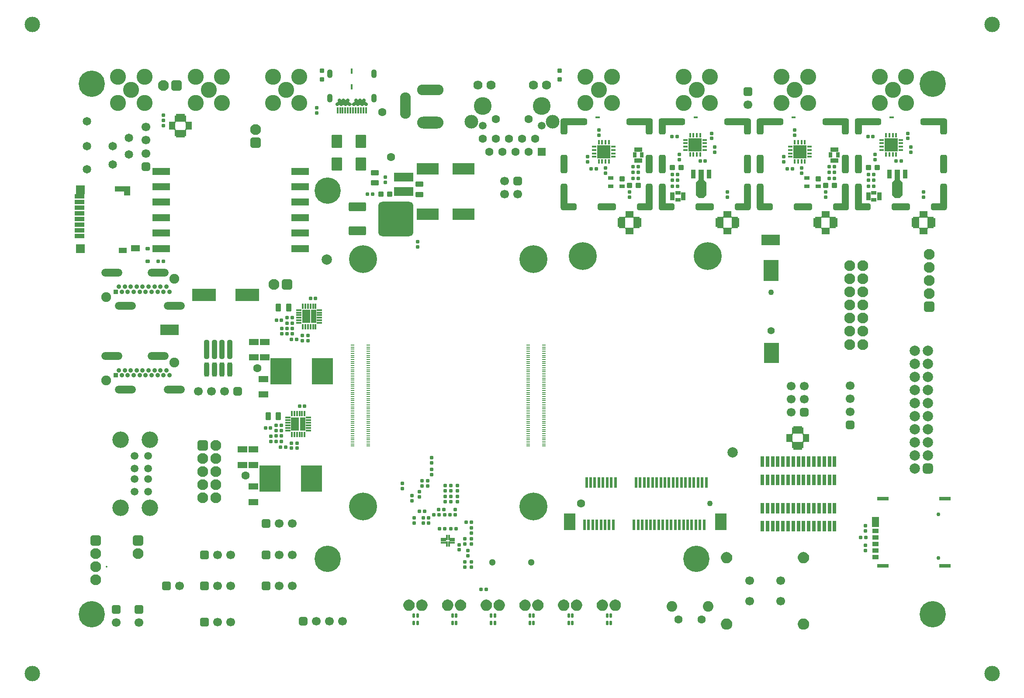
<source format=gts>
G04*
G04 #@! TF.GenerationSoftware,Altium Limited,Altium Designer,19.1.6 (110)*
G04*
G04 Layer_Color=8388736*
%FSLAX44Y44*%
%MOMM*%
G71*
G01*
G75*
%ADD24R,0.7000X0.2000*%
%ADD25R,0.6000X2.0000*%
%ADD26R,2.3000X3.2000*%
%ADD53C,1.6000*%
G04:AMPARAMS|DCode=103|XSize=0.7mm|YSize=0.7mm|CornerRadius=0.11mm|HoleSize=0mm|Usage=FLASHONLY|Rotation=0.000|XOffset=0mm|YOffset=0mm|HoleType=Round|Shape=RoundedRectangle|*
%AMROUNDEDRECTD103*
21,1,0.7000,0.4800,0,0,0.0*
21,1,0.4800,0.7000,0,0,0.0*
1,1,0.2200,0.2400,-0.2400*
1,1,0.2200,-0.2400,-0.2400*
1,1,0.2200,-0.2400,0.2400*
1,1,0.2200,0.2400,0.2400*
%
%ADD103ROUNDEDRECTD103*%
G04:AMPARAMS|DCode=104|XSize=1.5mm|YSize=1.1mm|CornerRadius=0.175mm|HoleSize=0mm|Usage=FLASHONLY|Rotation=0.000|XOffset=0mm|YOffset=0mm|HoleType=Round|Shape=RoundedRectangle|*
%AMROUNDEDRECTD104*
21,1,1.5000,0.7500,0,0,0.0*
21,1,1.1500,1.1000,0,0,0.0*
1,1,0.3500,0.5750,-0.3750*
1,1,0.3500,-0.5750,-0.3750*
1,1,0.3500,-0.5750,0.3750*
1,1,0.3500,0.5750,0.3750*
%
%ADD104ROUNDEDRECTD104*%
G04:AMPARAMS|DCode=105|XSize=0.6mm|YSize=0.7mm|CornerRadius=0.1mm|HoleSize=0mm|Usage=FLASHONLY|Rotation=0.000|XOffset=0mm|YOffset=0mm|HoleType=Round|Shape=RoundedRectangle|*
%AMROUNDEDRECTD105*
21,1,0.6000,0.5000,0,0,0.0*
21,1,0.4000,0.7000,0,0,0.0*
1,1,0.2000,0.2000,-0.2500*
1,1,0.2000,-0.2000,-0.2500*
1,1,0.2000,-0.2000,0.2500*
1,1,0.2000,0.2000,0.2500*
%
%ADD105ROUNDEDRECTD105*%
G04:AMPARAMS|DCode=106|XSize=0.6mm|YSize=0.7mm|CornerRadius=0.1mm|HoleSize=0mm|Usage=FLASHONLY|Rotation=90.000|XOffset=0mm|YOffset=0mm|HoleType=Round|Shape=RoundedRectangle|*
%AMROUNDEDRECTD106*
21,1,0.6000,0.5000,0,0,90.0*
21,1,0.4000,0.7000,0,0,90.0*
1,1,0.2000,0.2500,0.2000*
1,1,0.2000,0.2500,-0.2000*
1,1,0.2000,-0.2500,-0.2000*
1,1,0.2000,-0.2500,0.2000*
%
%ADD106ROUNDEDRECTD106*%
G04:AMPARAMS|DCode=107|XSize=0.7mm|YSize=0.7mm|CornerRadius=0.11mm|HoleSize=0mm|Usage=FLASHONLY|Rotation=270.000|XOffset=0mm|YOffset=0mm|HoleType=Round|Shape=RoundedRectangle|*
%AMROUNDEDRECTD107*
21,1,0.7000,0.4800,0,0,270.0*
21,1,0.4800,0.7000,0,0,270.0*
1,1,0.2200,-0.2400,-0.2400*
1,1,0.2200,-0.2400,0.2400*
1,1,0.2200,0.2400,0.2400*
1,1,0.2200,0.2400,-0.2400*
%
%ADD107ROUNDEDRECTD107*%
%ADD108R,0.4200X1.1100*%
%ADD109R,0.4200X1.0100*%
%ADD110R,1.0100X0.4200*%
%ADD111R,4.2500X2.2500*%
%ADD112C,3.0000*%
%ADD113R,2.9000X4.1000*%
%ADD114R,2.9000X3.9000*%
%ADD115R,1.7019X1.2013*%
%ADD116R,1.2000X1.7000*%
%ADD117R,1.6006X1.0004*%
%ADD118R,1.7011X1.0006*%
%ADD119R,1.7018X1.7018*%
%ADD120R,1.7009X1.7009*%
%ADD121R,1.9526X0.9011*%
%ADD122R,1.9518X0.9007*%
%ADD123R,1.9504X0.9002*%
%ADD124R,1.9525X0.9010*%
%ADD125R,1.9522X0.9009*%
%ADD126R,1.9516X0.9006*%
%ADD127R,1.9530X0.9012*%
%ADD128R,1.9504X0.9002*%
%ADD129R,2.2000X0.8000*%
%ADD130R,1.3400X1.0000*%
%ADD131R,1.2400X0.9000*%
G04:AMPARAMS|DCode=132|XSize=0.8mm|YSize=0.5mm|CornerRadius=0.1mm|HoleSize=0mm|Usage=FLASHONLY|Rotation=90.000|XOffset=0mm|YOffset=0mm|HoleType=Round|Shape=RoundedRectangle|*
%AMROUNDEDRECTD132*
21,1,0.8000,0.3000,0,0,90.0*
21,1,0.6000,0.5000,0,0,90.0*
1,1,0.2000,0.1500,0.3000*
1,1,0.2000,0.1500,-0.3000*
1,1,0.2000,-0.1500,-0.3000*
1,1,0.2000,-0.1500,0.3000*
%
%ADD132ROUNDEDRECTD132*%
%ADD133C,1.7000*%
G04:AMPARAMS|DCode=134|XSize=0.95mm|YSize=3.65mm|CornerRadius=0.2625mm|HoleSize=0mm|Usage=FLASHONLY|Rotation=0.000|XOffset=0mm|YOffset=0mm|HoleType=Round|Shape=RoundedRectangle|*
%AMROUNDEDRECTD134*
21,1,0.9500,3.1250,0,0,0.0*
21,1,0.4250,3.6500,0,0,0.0*
1,1,0.5250,0.2125,-1.5625*
1,1,0.5250,-0.2125,-1.5625*
1,1,0.5250,-0.2125,1.5625*
1,1,0.5250,0.2125,1.5625*
%
%ADD134ROUNDEDRECTD134*%
G04:AMPARAMS|DCode=135|XSize=0.95mm|YSize=2.75mm|CornerRadius=0.2625mm|HoleSize=0mm|Usage=FLASHONLY|Rotation=0.000|XOffset=0mm|YOffset=0mm|HoleType=Round|Shape=RoundedRectangle|*
%AMROUNDEDRECTD135*
21,1,0.9500,2.2250,0,0,0.0*
21,1,0.4250,2.7500,0,0,0.0*
1,1,0.5250,0.2125,-1.1125*
1,1,0.5250,-0.2125,-1.1125*
1,1,0.5250,-0.2125,1.1125*
1,1,0.5250,0.2125,1.1125*
%
%ADD135ROUNDEDRECTD135*%
%ADD136R,0.7000X2.1000*%
%ADD137R,3.8000X1.7000*%
%ADD138R,1.6000X0.8500*%
%ADD139R,0.7000X1.0000*%
%ADD140R,0.3000X1.1000*%
%ADD141R,0.4000X1.3000*%
G04:AMPARAMS|DCode=142|XSize=1.1mm|YSize=1mm|CornerRadius=0.1625mm|HoleSize=0mm|Usage=FLASHONLY|Rotation=270.000|XOffset=0mm|YOffset=0mm|HoleType=Round|Shape=RoundedRectangle|*
%AMROUNDEDRECTD142*
21,1,1.1000,0.6750,0,0,270.0*
21,1,0.7750,1.0000,0,0,270.0*
1,1,0.3250,-0.3375,-0.3875*
1,1,0.3250,-0.3375,0.3875*
1,1,0.3250,0.3375,0.3875*
1,1,0.3250,0.3375,-0.3875*
%
%ADD142ROUNDEDRECTD142*%
G04:AMPARAMS|DCode=143|XSize=1.9mm|YSize=1.25mm|CornerRadius=0.1938mm|HoleSize=0mm|Usage=FLASHONLY|Rotation=180.000|XOffset=0mm|YOffset=0mm|HoleType=Round|Shape=RoundedRectangle|*
%AMROUNDEDRECTD143*
21,1,1.9000,0.8625,0,0,180.0*
21,1,1.5125,1.2500,0,0,180.0*
1,1,0.3875,-0.7563,0.4313*
1,1,0.3875,0.7563,0.4313*
1,1,0.3875,0.7563,-0.4313*
1,1,0.3875,-0.7563,-0.4313*
%
%ADD143ROUNDEDRECTD143*%
G04:AMPARAMS|DCode=144|XSize=3.4mm|YSize=1.7mm|CornerRadius=0.25mm|HoleSize=0mm|Usage=FLASHONLY|Rotation=180.000|XOffset=0mm|YOffset=0mm|HoleType=Round|Shape=RoundedRectangle|*
%AMROUNDEDRECTD144*
21,1,3.4000,1.2000,0,0,180.0*
21,1,2.9000,1.7000,0,0,180.0*
1,1,0.5000,-1.4500,0.6000*
1,1,0.5000,1.4500,0.6000*
1,1,0.5000,1.4500,-0.6000*
1,1,0.5000,-1.4500,-0.6000*
%
%ADD144ROUNDEDRECTD144*%
G04:AMPARAMS|DCode=145|XSize=6.8mm|YSize=6.8mm|CornerRadius=0.8875mm|HoleSize=0mm|Usage=FLASHONLY|Rotation=180.000|XOffset=0mm|YOffset=0mm|HoleType=Round|Shape=RoundedRectangle|*
%AMROUNDEDRECTD145*
21,1,6.8000,5.0250,0,0,180.0*
21,1,5.0250,6.8000,0,0,180.0*
1,1,1.7750,-2.5125,2.5125*
1,1,1.7750,2.5125,2.5125*
1,1,1.7750,2.5125,-2.5125*
1,1,1.7750,-2.5125,-2.5125*
%
%ADD145ROUNDEDRECTD145*%
%ADD146R,0.4100X0.4000*%
%ADD147R,1.0000X2.6500*%
%ADD148R,1.5000X2.6500*%
G04:AMPARAMS|DCode=149|XSize=0.35mm|YSize=1.1mm|CornerRadius=0.1125mm|HoleSize=0mm|Usage=FLASHONLY|Rotation=90.000|XOffset=0mm|YOffset=0mm|HoleType=Round|Shape=RoundedRectangle|*
%AMROUNDEDRECTD149*
21,1,0.3500,0.8750,0,0,90.0*
21,1,0.1250,1.1000,0,0,90.0*
1,1,0.2250,0.4375,0.0625*
1,1,0.2250,0.4375,-0.0625*
1,1,0.2250,-0.4375,-0.0625*
1,1,0.2250,-0.4375,0.0625*
%
%ADD149ROUNDEDRECTD149*%
G04:AMPARAMS|DCode=150|XSize=0.35mm|YSize=1.1mm|CornerRadius=0.1125mm|HoleSize=0mm|Usage=FLASHONLY|Rotation=180.000|XOffset=0mm|YOffset=0mm|HoleType=Round|Shape=RoundedRectangle|*
%AMROUNDEDRECTD150*
21,1,0.3500,0.8750,0,0,180.0*
21,1,0.1250,1.1000,0,0,180.0*
1,1,0.2250,-0.0625,0.4375*
1,1,0.2250,0.0625,0.4375*
1,1,0.2250,0.0625,-0.4375*
1,1,0.2250,-0.0625,-0.4375*
%
%ADD150ROUNDEDRECTD150*%
%ADD151R,0.4300X0.9500*%
%ADD152R,0.9500X0.4300*%
%ADD153R,2.5000X2.5000*%
G04:AMPARAMS|DCode=154|XSize=2.1mm|YSize=3.5mm|CornerRadius=0mm|HoleSize=0mm|Usage=FLASHONLY|Rotation=0.000|XOffset=0mm|YOffset=0mm|HoleType=Round|Shape=Octagon|*
%AMOCTAGOND154*
4,1,8,-0.5250,1.7500,0.5250,1.7500,1.0500,1.2250,1.0500,-1.2250,0.5250,-1.7500,-0.5250,-1.7500,-1.0500,-1.2250,-1.0500,1.2250,-0.5250,1.7500,0.0*
%
%ADD154OCTAGOND154*%

%ADD155R,0.8112X1.7000*%
%ADD156R,1.0144X2.1000*%
G04:AMPARAMS|DCode=157|XSize=1.05mm|YSize=0.75mm|CornerRadius=0.2125mm|HoleSize=0mm|Usage=FLASHONLY|Rotation=180.000|XOffset=0mm|YOffset=0mm|HoleType=Round|Shape=RoundedRectangle|*
%AMROUNDEDRECTD157*
21,1,1.0500,0.3250,0,0,180.0*
21,1,0.6250,0.7500,0,0,180.0*
1,1,0.4250,-0.3125,0.1625*
1,1,0.4250,0.3125,0.1625*
1,1,0.4250,0.3125,-0.1625*
1,1,0.4250,-0.3125,-0.1625*
%
%ADD157ROUNDEDRECTD157*%
G04:AMPARAMS|DCode=158|XSize=1.05mm|YSize=1.1mm|CornerRadius=0.2875mm|HoleSize=0mm|Usage=FLASHONLY|Rotation=180.000|XOffset=0mm|YOffset=0mm|HoleType=Round|Shape=RoundedRectangle|*
%AMROUNDEDRECTD158*
21,1,1.0500,0.5250,0,0,180.0*
21,1,0.4750,1.1000,0,0,180.0*
1,1,0.5750,-0.2375,0.2625*
1,1,0.5750,0.2375,0.2625*
1,1,0.5750,0.2375,-0.2625*
1,1,0.5750,-0.2375,-0.2625*
%
%ADD158ROUNDEDRECTD158*%
%ADD159R,1.1000X1.6500*%
%ADD160R,1.7000X1.3000*%
%ADD161R,1.3000X1.3000*%
%ADD162R,2.2500X1.3000*%
%ADD163R,4.1000X5.1000*%
G04:AMPARAMS|DCode=164|XSize=0.9mm|YSize=0.9mm|CornerRadius=0.15mm|HoleSize=0mm|Usage=FLASHONLY|Rotation=90.000|XOffset=0mm|YOffset=0mm|HoleType=Round|Shape=RoundedRectangle|*
%AMROUNDEDRECTD164*
21,1,0.9000,0.6000,0,0,90.0*
21,1,0.6000,0.9000,0,0,90.0*
1,1,0.3000,0.3000,0.3000*
1,1,0.3000,0.3000,-0.3000*
1,1,0.3000,-0.3000,-0.3000*
1,1,0.3000,-0.3000,0.3000*
%
%ADD164ROUNDEDRECTD164*%
%ADD165R,3.4000X1.3700*%
%ADD166R,4.6000X2.4500*%
G04:AMPARAMS|DCode=167|XSize=3.1mm|YSize=1.3mm|CornerRadius=0.35mm|HoleSize=0mm|Usage=FLASHONLY|Rotation=90.000|XOffset=0mm|YOffset=0mm|HoleType=Round|Shape=RoundedRectangle|*
%AMROUNDEDRECTD167*
21,1,3.1000,0.6000,0,0,90.0*
21,1,2.4000,1.3000,0,0,90.0*
1,1,0.7000,0.3000,1.2000*
1,1,0.7000,0.3000,-1.2000*
1,1,0.7000,-0.3000,-1.2000*
1,1,0.7000,-0.3000,1.2000*
%
%ADD167ROUNDEDRECTD167*%
G04:AMPARAMS|DCode=168|XSize=3.6mm|YSize=1.3mm|CornerRadius=0.35mm|HoleSize=0mm|Usage=FLASHONLY|Rotation=90.000|XOffset=0mm|YOffset=0mm|HoleType=Round|Shape=RoundedRectangle|*
%AMROUNDEDRECTD168*
21,1,3.6000,0.6000,0,0,90.0*
21,1,2.9000,1.3000,0,0,90.0*
1,1,0.7000,0.3000,1.4500*
1,1,0.7000,0.3000,-1.4500*
1,1,0.7000,-0.3000,-1.4500*
1,1,0.7000,-0.3000,1.4500*
%
%ADD168ROUNDEDRECTD168*%
G04:AMPARAMS|DCode=169|XSize=3.6mm|YSize=1.3mm|CornerRadius=0.35mm|HoleSize=0mm|Usage=FLASHONLY|Rotation=0.000|XOffset=0mm|YOffset=0mm|HoleType=Round|Shape=RoundedRectangle|*
%AMROUNDEDRECTD169*
21,1,3.6000,0.6000,0,0,0.0*
21,1,2.9000,1.3000,0,0,0.0*
1,1,0.7000,1.4500,-0.3000*
1,1,0.7000,-1.4500,-0.3000*
1,1,0.7000,-1.4500,0.3000*
1,1,0.7000,1.4500,0.3000*
%
%ADD169ROUNDEDRECTD169*%
G04:AMPARAMS|DCode=170|XSize=3.1mm|YSize=1.3mm|CornerRadius=0.35mm|HoleSize=0mm|Usage=FLASHONLY|Rotation=0.000|XOffset=0mm|YOffset=0mm|HoleType=Round|Shape=RoundedRectangle|*
%AMROUNDEDRECTD170*
21,1,3.1000,0.6000,0,0,0.0*
21,1,2.4000,1.3000,0,0,0.0*
1,1,0.7000,1.2000,-0.3000*
1,1,0.7000,-1.2000,-0.3000*
1,1,0.7000,-1.2000,0.3000*
1,1,0.7000,1.2000,0.3000*
%
%ADD170ROUNDEDRECTD170*%
G04:AMPARAMS|DCode=171|XSize=5.1mm|YSize=1.3mm|CornerRadius=0.35mm|HoleSize=0mm|Usage=FLASHONLY|Rotation=270.000|XOffset=0mm|YOffset=0mm|HoleType=Round|Shape=RoundedRectangle|*
%AMROUNDEDRECTD171*
21,1,5.1000,0.6000,0,0,270.0*
21,1,4.4000,1.3000,0,0,270.0*
1,1,0.7000,-0.3000,-2.2000*
1,1,0.7000,-0.3000,2.2000*
1,1,0.7000,0.3000,2.2000*
1,1,0.7000,0.3000,-2.2000*
%
%ADD171ROUNDEDRECTD171*%
G04:AMPARAMS|DCode=172|XSize=5.1mm|YSize=1.3mm|CornerRadius=0.35mm|HoleSize=0mm|Usage=FLASHONLY|Rotation=0.000|XOffset=0mm|YOffset=0mm|HoleType=Round|Shape=RoundedRectangle|*
%AMROUNDEDRECTD172*
21,1,5.1000,0.6000,0,0,0.0*
21,1,4.4000,1.3000,0,0,0.0*
1,1,0.7000,2.2000,-0.3000*
1,1,0.7000,-2.2000,-0.3000*
1,1,0.7000,-2.2000,0.3000*
1,1,0.7000,2.2000,0.3000*
%
%ADD172ROUNDEDRECTD172*%
G04:AMPARAMS|DCode=173|XSize=2.6mm|YSize=2.1mm|CornerRadius=0.3mm|HoleSize=0mm|Usage=FLASHONLY|Rotation=90.000|XOffset=0mm|YOffset=0mm|HoleType=Round|Shape=RoundedRectangle|*
%AMROUNDEDRECTD173*
21,1,2.6000,1.5000,0,0,90.0*
21,1,2.0000,2.1000,0,0,90.0*
1,1,0.6000,0.7500,1.0000*
1,1,0.6000,0.7500,-1.0000*
1,1,0.6000,-0.7500,-1.0000*
1,1,0.6000,-0.7500,1.0000*
%
%ADD173ROUNDEDRECTD173*%
%ADD174C,2.0000*%
%ADD175R,3.6000X2.0000*%
G04:AMPARAMS|DCode=176|XSize=0.7mm|YSize=0.8mm|CornerRadius=0.125mm|HoleSize=0mm|Usage=FLASHONLY|Rotation=270.000|XOffset=0mm|YOffset=0mm|HoleType=Round|Shape=RoundedRectangle|*
%AMROUNDEDRECTD176*
21,1,0.7000,0.5500,0,0,270.0*
21,1,0.4500,0.8000,0,0,270.0*
1,1,0.2500,-0.2750,-0.2250*
1,1,0.2500,-0.2750,0.2250*
1,1,0.2500,0.2750,0.2250*
1,1,0.2500,0.2750,-0.2250*
%
%ADD176ROUNDEDRECTD176*%
%ADD177R,1.6500X1.1000*%
%ADD178R,1.3000X1.7000*%
%ADD179R,1.3000X1.3000*%
%ADD180R,1.3000X2.2500*%
G04:AMPARAMS|DCode=181|XSize=1.5mm|YSize=1.1mm|CornerRadius=0.175mm|HoleSize=0mm|Usage=FLASHONLY|Rotation=90.000|XOffset=0mm|YOffset=0mm|HoleType=Round|Shape=RoundedRectangle|*
%AMROUNDEDRECTD181*
21,1,1.5000,0.7500,0,0,90.0*
21,1,1.1500,1.1000,0,0,90.0*
1,1,0.3500,0.3750,0.5750*
1,1,0.3500,0.3750,-0.5750*
1,1,0.3500,-0.3750,-0.5750*
1,1,0.3500,-0.3750,0.5750*
%
%ADD181ROUNDEDRECTD181*%
%ADD182R,1.0000X0.7000*%
%ADD183R,0.8500X1.6000*%
%ADD184R,2.5000X2.5000*%
%ADD185C,2.1000*%
%ADD186C,5.4000*%
%ADD187C,1.1000*%
G04:AMPARAMS|DCode=188|XSize=1.624mm|YSize=1.624mm|CornerRadius=0.2405mm|HoleSize=0mm|Usage=FLASHONLY|Rotation=90.000|XOffset=0mm|YOffset=0mm|HoleType=Round|Shape=RoundedRectangle|*
%AMROUNDEDRECTD188*
21,1,1.6240,1.1430,0,0,90.0*
21,1,1.1430,1.6240,0,0,90.0*
1,1,0.4810,0.5715,0.5715*
1,1,0.4810,0.5715,-0.5715*
1,1,0.4810,-0.5715,-0.5715*
1,1,0.4810,-0.5715,0.5715*
%
%ADD188ROUNDEDRECTD188*%
%ADD189C,1.4000*%
%ADD190C,1.7800*%
%ADD191C,1.6080*%
%ADD192C,1.5080*%
%ADD193R,1.6080X1.6080*%
%ADD194C,2.6500*%
%ADD195C,3.4500*%
%ADD196C,1.6500*%
%ADD197O,2.1000X5.1000*%
%ADD198O,5.1000X2.3000*%
%ADD199O,5.1000X2.1000*%
%ADD200C,0.7500*%
%ADD201C,1.3000*%
%ADD202C,5.1000*%
%ADD203O,1.1000X1.7000*%
%ADD204C,0.7300*%
%ADD205C,2.0500*%
%ADD206C,1.5000*%
%ADD207C,3.2000*%
G04:AMPARAMS|DCode=208|XSize=2.1mm|YSize=2.1mm|CornerRadius=0.55mm|HoleSize=0mm|Usage=FLASHONLY|Rotation=270.000|XOffset=0mm|YOffset=0mm|HoleType=Round|Shape=RoundedRectangle|*
%AMROUNDEDRECTD208*
21,1,2.1000,1.0000,0,0,270.0*
21,1,1.0000,2.1000,0,0,270.0*
1,1,1.1000,-0.5000,-0.5000*
1,1,1.1000,-0.5000,0.5000*
1,1,1.1000,0.5000,0.5000*
1,1,1.1000,0.5000,-0.5000*
%
%ADD208ROUNDEDRECTD208*%
G04:AMPARAMS|DCode=209|XSize=1.7mm|YSize=1.7mm|CornerRadius=0.45mm|HoleSize=0mm|Usage=FLASHONLY|Rotation=90.000|XOffset=0mm|YOffset=0mm|HoleType=Round|Shape=RoundedRectangle|*
%AMROUNDEDRECTD209*
21,1,1.7000,0.8000,0,0,90.0*
21,1,0.8000,1.7000,0,0,90.0*
1,1,0.9000,0.4000,0.4000*
1,1,0.9000,0.4000,-0.4000*
1,1,0.9000,-0.4000,-0.4000*
1,1,0.9000,-0.4000,0.4000*
%
%ADD209ROUNDEDRECTD209*%
%ADD210O,4.1000X1.5000*%
%ADD211C,0.9000*%
%ADD212R,0.9000X0.9000*%
%ADD213C,1.9000*%
%ADD214C,3.1000*%
%ADD215C,0.3500*%
G04:AMPARAMS|DCode=216|XSize=2mm|YSize=2mm|CornerRadius=0.525mm|HoleSize=0mm|Usage=FLASHONLY|Rotation=90.000|XOffset=0mm|YOffset=0mm|HoleType=Round|Shape=RoundedRectangle|*
%AMROUNDEDRECTD216*
21,1,2.0000,0.9500,0,0,90.0*
21,1,0.9500,2.0000,0,0,90.0*
1,1,1.0500,0.4750,0.4750*
1,1,1.0500,0.4750,-0.4750*
1,1,1.0500,-0.4750,-0.4750*
1,1,1.0500,-0.4750,0.4750*
%
%ADD216ROUNDEDRECTD216*%
G04:AMPARAMS|DCode=217|XSize=1.7mm|YSize=1.7mm|CornerRadius=0.45mm|HoleSize=0mm|Usage=FLASHONLY|Rotation=180.000|XOffset=0mm|YOffset=0mm|HoleType=Round|Shape=RoundedRectangle|*
%AMROUNDEDRECTD217*
21,1,1.7000,0.8000,0,0,180.0*
21,1,0.8000,1.7000,0,0,180.0*
1,1,0.9000,-0.4000,0.4000*
1,1,0.9000,0.4000,0.4000*
1,1,0.9000,0.4000,-0.4000*
1,1,0.9000,-0.4000,-0.4000*
%
%ADD217ROUNDEDRECTD217*%
%ADD218C,1.0000*%
G04:AMPARAMS|DCode=219|XSize=1.624mm|YSize=1.624mm|CornerRadius=0.2405mm|HoleSize=0mm|Usage=FLASHONLY|Rotation=0.000|XOffset=0mm|YOffset=0mm|HoleType=Round|Shape=RoundedRectangle|*
%AMROUNDEDRECTD219*
21,1,1.6240,1.1430,0,0,0.0*
21,1,1.1430,1.6240,0,0,0.0*
1,1,0.4810,0.5715,-0.5715*
1,1,0.4810,-0.5715,-0.5715*
1,1,0.4810,-0.5715,0.5715*
1,1,0.4810,0.5715,0.5715*
%
%ADD219ROUNDEDRECTD219*%
G04:AMPARAMS|DCode=220|XSize=2.1mm|YSize=2.1mm|CornerRadius=0.55mm|HoleSize=0mm|Usage=FLASHONLY|Rotation=180.000|XOffset=0mm|YOffset=0mm|HoleType=Round|Shape=RoundedRectangle|*
%AMROUNDEDRECTD220*
21,1,2.1000,1.0000,0,0,180.0*
21,1,1.0000,2.1000,0,0,180.0*
1,1,1.1000,-0.5000,0.5000*
1,1,1.1000,0.5000,0.5000*
1,1,1.1000,0.5000,-0.5000*
1,1,1.1000,-0.5000,-0.5000*
%
%ADD220ROUNDEDRECTD220*%
G36*
X568000Y1028250D02*
Y1026200D01*
X565550Y1023750D01*
X544950D01*
X543250Y1025450D01*
Y1024250D01*
X535250D01*
Y1025450D01*
X533550Y1023750D01*
X512950D01*
X510500Y1026200D01*
Y1028250D01*
X516000Y1033750D01*
X530500D01*
X536000Y1028250D01*
Y1026250D01*
X542500D01*
Y1028250D01*
X548000Y1033750D01*
X562500D01*
X568000Y1028250D01*
D02*
G37*
G36*
X219250Y989000D02*
X216750D01*
Y991500D01*
X219250D01*
Y989000D01*
D02*
G37*
G36*
X197750D02*
X195250D01*
Y991500D01*
X197750D01*
Y989000D01*
D02*
G37*
G36*
X219250Y975000D02*
X216750D01*
Y977500D01*
X219250D01*
Y975000D01*
D02*
G37*
G36*
X197750D02*
X195250D01*
Y977500D01*
X197750D01*
Y975000D01*
D02*
G37*
G36*
X110180Y848500D02*
X97930D01*
Y855750D01*
X97430D01*
Y865750D01*
X110180D01*
X110180Y848500D01*
D02*
G37*
G36*
X728314Y63602D02*
X730315Y62773D01*
X732117Y61569D01*
X733649Y60037D01*
X734853Y58236D01*
X735682Y56234D01*
X736105Y54108D01*
X736105Y53025D01*
X736105Y51942D01*
X735682Y49816D01*
X734853Y47814D01*
X733649Y46013D01*
X732117Y44481D01*
X730315Y43277D01*
X728314Y42448D01*
X726188Y42025D01*
X725105Y42025D01*
Y53025D01*
X725105Y42025D01*
X725105D01*
X724022Y42025D01*
X721896Y42448D01*
X719894Y43277D01*
X718093Y44481D01*
X716561Y46013D01*
X715357Y47814D01*
X714528Y49816D01*
X714105Y51942D01*
Y53025D01*
X714105Y54108D01*
X714528Y56234D01*
X715357Y58236D01*
X716561Y60037D01*
X718093Y61569D01*
X719894Y62773D01*
X721896Y63602D01*
X724022Y64025D01*
X725105Y64025D01*
X726188Y64025D01*
X728314Y63602D01*
D02*
G37*
G36*
X953314D02*
X955315Y62773D01*
X957117Y61569D01*
X958649Y60037D01*
X959853Y58236D01*
X960682Y56234D01*
X961105Y54108D01*
X961105Y53025D01*
X961105Y51942D01*
X960682Y49816D01*
X959853Y47814D01*
X958649Y46013D01*
X957117Y44481D01*
X955315Y43277D01*
X953314Y42448D01*
X951188Y42025D01*
X950105Y42025D01*
Y53025D01*
X950105Y42025D01*
X950105D01*
X949022Y42025D01*
X946896Y42448D01*
X944894Y43277D01*
X943093Y44481D01*
X941561Y46013D01*
X940357Y47814D01*
X939528Y49816D01*
X939105Y51942D01*
Y53025D01*
X939105Y54108D01*
X939528Y56234D01*
X940357Y58236D01*
X941561Y60037D01*
X943093Y61569D01*
X944894Y62773D01*
X946896Y63602D01*
X949022Y64025D01*
X950105Y64025D01*
X951188Y64025D01*
X953314Y63602D01*
D02*
G37*
G36*
X878314D02*
X880315Y62773D01*
X882117Y61569D01*
X883649Y60037D01*
X884853Y58236D01*
X885682Y56234D01*
X886105Y54108D01*
X886105Y53025D01*
X886105Y51942D01*
X885682Y49816D01*
X884853Y47814D01*
X883649Y46013D01*
X882117Y44481D01*
X880315Y43277D01*
X878314Y42448D01*
X876188Y42025D01*
X875105Y42025D01*
Y53025D01*
X875105Y42025D01*
X875105D01*
X874022Y42025D01*
X871896Y42448D01*
X869894Y43277D01*
X868093Y44481D01*
X866561Y46013D01*
X865357Y47814D01*
X864528Y49816D01*
X864105Y51942D01*
Y53025D01*
X864105Y54108D01*
X864528Y56234D01*
X865357Y58236D01*
X866561Y60037D01*
X868093Y61569D01*
X869894Y62773D01*
X871896Y63602D01*
X874022Y64025D01*
X875105Y64025D01*
X876188Y64025D01*
X878314Y63602D01*
D02*
G37*
G36*
X803314D02*
X805315Y62773D01*
X807117Y61569D01*
X808649Y60037D01*
X809853Y58236D01*
X810682Y56234D01*
X811105Y54108D01*
X811105Y53025D01*
X811105Y51942D01*
X810682Y49816D01*
X809853Y47814D01*
X808649Y46013D01*
X807117Y44481D01*
X805315Y43277D01*
X803314Y42448D01*
X801188Y42025D01*
X800105Y42025D01*
Y53025D01*
X800105Y42025D01*
X800105D01*
X799022Y42025D01*
X796896Y42448D01*
X794894Y43277D01*
X793093Y44481D01*
X791561Y46013D01*
X790357Y47814D01*
X789528Y49816D01*
X789105Y51942D01*
Y53025D01*
X789105Y54108D01*
X789528Y56234D01*
X790357Y58236D01*
X791561Y60037D01*
X793093Y61569D01*
X794894Y62773D01*
X796896Y63602D01*
X799022Y64025D01*
X800105Y64025D01*
X801188Y64025D01*
X803314Y63602D01*
D02*
G37*
G36*
X653314D02*
X655315Y62773D01*
X657117Y61569D01*
X658649Y60037D01*
X659853Y58236D01*
X660682Y56234D01*
X661105Y54108D01*
X661105Y53025D01*
X661105Y51942D01*
X660682Y49816D01*
X659853Y47814D01*
X658649Y46013D01*
X657117Y44481D01*
X655315Y43277D01*
X653314Y42448D01*
X651188Y42025D01*
X650105Y42025D01*
Y53025D01*
X650105Y42025D01*
X650105D01*
X649022Y42025D01*
X646896Y42448D01*
X644894Y43277D01*
X643093Y44481D01*
X641561Y46013D01*
X640357Y47814D01*
X639528Y49816D01*
X639105Y51942D01*
Y53025D01*
X639105Y54108D01*
X639528Y56234D01*
X640357Y58236D01*
X641561Y60037D01*
X643093Y61569D01*
X644894Y62773D01*
X646896Y63602D01*
X649022Y64025D01*
X650105Y64025D01*
X651188Y64025D01*
X653314Y63602D01*
D02*
G37*
G36*
X978314Y63602D02*
X980315Y62773D01*
X982117Y61569D01*
X983649Y60037D01*
X984853Y58236D01*
X985682Y56234D01*
X986105Y54108D01*
Y53025D01*
Y51942D01*
X985682Y49816D01*
X984853Y47814D01*
X983649Y46013D01*
X982117Y44481D01*
X980315Y43277D01*
X978314Y42448D01*
X976188Y42025D01*
X975105D01*
Y53025D01*
X975105Y42025D01*
X975105Y42025D01*
X974022D01*
X971896Y42448D01*
X969894Y43277D01*
X968093Y44481D01*
X966561Y46013D01*
X965357Y47814D01*
X964528Y49816D01*
X964105Y51942D01*
Y53025D01*
Y54108D01*
X964528Y56234D01*
X965357Y58236D01*
X966561Y60037D01*
X968093Y61569D01*
X969894Y62773D01*
X971896Y63602D01*
X974022Y64025D01*
X976188D01*
X978314Y63602D01*
D02*
G37*
G36*
X903314D02*
X905315Y62773D01*
X907117Y61569D01*
X908649Y60037D01*
X909853Y58236D01*
X910682Y56234D01*
X911105Y54108D01*
Y53025D01*
Y51942D01*
X910682Y49816D01*
X909853Y47814D01*
X908649Y46013D01*
X907117Y44481D01*
X905315Y43277D01*
X903314Y42448D01*
X901188Y42025D01*
X900105D01*
Y53025D01*
X900105Y42025D01*
X900105Y42025D01*
X899022D01*
X896896Y42448D01*
X894894Y43277D01*
X893093Y44481D01*
X891561Y46013D01*
X890357Y47814D01*
X889528Y49816D01*
X889105Y51942D01*
Y53025D01*
Y54108D01*
X889528Y56234D01*
X890357Y58236D01*
X891561Y60037D01*
X893093Y61569D01*
X894894Y62773D01*
X896896Y63602D01*
X899022Y64025D01*
X901188D01*
X903314Y63602D01*
D02*
G37*
G36*
X828314D02*
X830315Y62773D01*
X832117Y61569D01*
X833649Y60037D01*
X834853Y58236D01*
X835682Y56234D01*
X836105Y54108D01*
Y53025D01*
Y51942D01*
X835682Y49816D01*
X834853Y47814D01*
X833649Y46013D01*
X832117Y44481D01*
X830315Y43277D01*
X828314Y42448D01*
X826188Y42025D01*
X825105D01*
Y53025D01*
X825105Y42025D01*
X825105Y42025D01*
X824022D01*
X821896Y42448D01*
X819894Y43277D01*
X818093Y44481D01*
X816561Y46013D01*
X815357Y47814D01*
X814528Y49816D01*
X814105Y51942D01*
Y53025D01*
Y54108D01*
X814528Y56234D01*
X815357Y58236D01*
X816561Y60037D01*
X818093Y61569D01*
X819894Y62773D01*
X821896Y63602D01*
X824022Y64025D01*
X826188D01*
X828314Y63602D01*
D02*
G37*
G36*
X753314D02*
X755315Y62773D01*
X757117Y61569D01*
X758649Y60037D01*
X759853Y58236D01*
X760682Y56234D01*
X761105Y54108D01*
Y53025D01*
Y51942D01*
X760682Y49816D01*
X759853Y47814D01*
X758649Y46013D01*
X757117Y44481D01*
X755315Y43277D01*
X753314Y42448D01*
X751188Y42025D01*
X750105D01*
Y53025D01*
X750105Y42025D01*
X750105Y42025D01*
X749022D01*
X746896Y42448D01*
X744894Y43277D01*
X743093Y44481D01*
X741561Y46013D01*
X740357Y47814D01*
X739528Y49816D01*
X739105Y51942D01*
Y53025D01*
Y54108D01*
X739528Y56234D01*
X740357Y58236D01*
X741561Y60037D01*
X743093Y61569D01*
X744894Y62773D01*
X746896Y63602D01*
X749022Y64025D01*
X751188D01*
X753314Y63602D01*
D02*
G37*
G36*
X678314D02*
X680315Y62773D01*
X682117Y61569D01*
X683649Y60037D01*
X684853Y58236D01*
X685682Y56234D01*
X686105Y54108D01*
Y53025D01*
Y51942D01*
X685682Y49816D01*
X684853Y47814D01*
X683649Y46013D01*
X682117Y44481D01*
X680315Y43277D01*
X678314Y42448D01*
X676188Y42025D01*
X675105D01*
Y53025D01*
X675105Y42025D01*
X675105Y42025D01*
X674022D01*
X671896Y42448D01*
X669894Y43277D01*
X668093Y44481D01*
X666561Y46013D01*
X665357Y47814D01*
X664528Y49816D01*
X664105Y51942D01*
Y53025D01*
Y54108D01*
X664528Y56234D01*
X665357Y58236D01*
X666561Y60037D01*
X668093Y61569D01*
X669894Y62773D01*
X671896Y63602D01*
X674022Y64025D01*
X676188D01*
X678314Y63602D01*
D02*
G37*
G36*
X1268958Y155828D02*
X1270960Y154998D01*
X1272762Y153794D01*
X1274294Y152262D01*
X1275498Y150461D01*
X1276327Y148459D01*
X1276750Y146334D01*
Y145250D01*
Y144167D01*
X1276327Y142042D01*
X1275498Y140040D01*
X1274294Y138238D01*
X1272762Y136706D01*
X1270960Y135502D01*
X1268958Y134673D01*
X1266833Y134250D01*
X1264666D01*
X1262541Y134673D01*
X1260539Y135502D01*
X1258738Y136706D01*
X1257206Y138238D01*
X1256002Y140040D01*
X1255172Y142042D01*
X1254750Y144167D01*
Y145250D01*
Y146334D01*
X1255172Y148459D01*
X1256002Y150461D01*
X1257206Y152262D01*
X1258738Y153794D01*
X1260539Y154998D01*
X1262541Y155828D01*
X1264666Y156250D01*
X1265750D01*
Y145250D01*
X1265750Y156250D01*
X1265750Y156250D01*
X1266833D01*
X1268958Y155828D01*
D02*
G37*
G36*
X1417958Y155828D02*
X1419960Y154998D01*
X1421762Y153794D01*
X1423294Y152262D01*
X1424498Y150461D01*
X1425327Y148459D01*
X1425750Y146334D01*
Y145250D01*
Y144167D01*
X1425327Y142042D01*
X1424498Y140040D01*
X1423294Y138238D01*
X1421762Y136706D01*
X1419960Y135502D01*
X1417958Y134673D01*
X1415833Y134250D01*
X1413666D01*
X1411541Y134673D01*
X1409539Y135502D01*
X1407738Y136706D01*
X1406205Y138238D01*
X1405002Y140040D01*
X1404173Y142042D01*
X1403750Y144167D01*
Y145250D01*
Y146334D01*
X1404173Y148459D01*
X1405002Y150461D01*
X1406205Y152262D01*
X1407738Y153794D01*
X1409539Y154998D01*
X1411541Y155828D01*
X1413666Y156250D01*
X1415833D01*
X1417958Y155828D01*
D02*
G37*
G36*
X1028314Y63577D02*
X1030315Y62748D01*
X1032117Y61544D01*
X1033649Y60012D01*
X1034853Y58211D01*
X1035682Y56209D01*
X1036105Y54083D01*
X1036105Y53000D01*
X1036105Y51917D01*
X1035682Y49791D01*
X1034853Y47790D01*
X1033649Y45988D01*
X1032117Y44456D01*
X1030315Y43252D01*
X1028314Y42423D01*
X1026188Y42000D01*
X1025105Y42000D01*
Y53000D01*
X1025105Y42000D01*
X1025105D01*
X1024022Y42000D01*
X1021896Y42423D01*
X1019894Y43252D01*
X1018093Y44456D01*
X1016561Y45988D01*
X1015357Y47790D01*
X1014528Y49791D01*
X1014105Y51917D01*
Y53000D01*
X1014105Y54083D01*
X1014528Y56209D01*
X1015357Y58211D01*
X1016561Y60012D01*
X1018093Y61544D01*
X1019894Y62748D01*
X1021896Y63577D01*
X1024022Y64000D01*
X1025105Y64000D01*
X1026188Y64000D01*
X1028314Y63577D01*
D02*
G37*
G36*
X1053314Y63577D02*
X1055315Y62748D01*
X1057117Y61544D01*
X1058649Y60012D01*
X1059853Y58211D01*
X1060682Y56209D01*
X1061105Y54083D01*
Y53000D01*
Y51917D01*
X1060682Y49791D01*
X1059853Y47790D01*
X1058649Y45988D01*
X1057117Y44456D01*
X1055315Y43252D01*
X1053314Y42423D01*
X1051188Y42000D01*
X1050105D01*
Y53000D01*
X1050105Y42000D01*
X1050105Y42000D01*
X1049022D01*
X1046896Y42423D01*
X1044894Y43252D01*
X1043093Y44456D01*
X1041561Y45988D01*
X1040357Y47790D01*
X1039528Y49791D01*
X1039105Y51917D01*
Y53000D01*
Y54083D01*
X1039528Y56209D01*
X1040357Y58211D01*
X1041561Y60012D01*
X1043093Y61544D01*
X1044894Y62748D01*
X1046896Y63577D01*
X1049022Y64000D01*
X1051188D01*
X1053314Y63577D01*
D02*
G37*
G36*
X1417958Y26827D02*
X1419960Y25998D01*
X1421762Y24794D01*
X1423294Y23262D01*
X1424498Y21461D01*
X1425327Y19459D01*
X1425750Y17334D01*
Y16250D01*
Y15167D01*
X1425327Y13042D01*
X1424498Y11040D01*
X1423294Y9238D01*
X1421762Y7706D01*
X1419960Y6502D01*
X1417958Y5673D01*
X1415833Y5250D01*
X1413666D01*
X1411541Y5673D01*
X1409539Y6502D01*
X1407738Y7706D01*
X1406205Y9238D01*
X1405002Y11040D01*
X1404173Y13042D01*
X1403750Y15167D01*
Y16250D01*
Y17334D01*
X1404173Y19459D01*
X1405002Y21461D01*
X1406205Y23262D01*
X1407738Y24794D01*
X1409539Y25998D01*
X1411541Y26827D01*
X1413666Y27250D01*
X1415833D01*
X1417958Y26827D01*
D02*
G37*
G36*
X1268958D02*
X1270960Y25998D01*
X1272762Y24794D01*
X1274294Y23262D01*
X1275498Y21461D01*
X1276327Y19459D01*
X1276750Y17334D01*
Y16250D01*
Y15167D01*
X1276327Y13042D01*
X1275498Y11040D01*
X1274294Y9238D01*
X1272762Y7706D01*
X1270960Y6502D01*
X1268958Y5673D01*
X1266833Y5250D01*
X1264666D01*
X1262541Y5673D01*
X1260539Y6502D01*
X1258738Y7706D01*
X1257206Y9238D01*
X1256002Y11040D01*
X1255173Y13042D01*
X1254750Y15167D01*
Y16250D01*
Y17334D01*
X1255173Y19459D01*
X1256002Y21461D01*
X1257206Y23262D01*
X1258738Y24794D01*
X1260539Y25998D01*
X1262541Y26827D01*
X1264666Y27250D01*
X1266833D01*
X1268958Y26827D01*
D02*
G37*
G36*
X1275650Y783250D02*
X1273150D01*
Y785750D01*
X1275650D01*
Y783250D01*
D02*
G37*
G36*
X1085650D02*
X1083150D01*
Y785750D01*
X1085650D01*
Y783250D01*
D02*
G37*
G36*
X1261650Y783250D02*
X1259150D01*
Y785750D01*
X1261650D01*
Y783250D01*
D02*
G37*
G36*
X1071650D02*
X1069150D01*
Y785750D01*
X1071650D01*
Y783250D01*
D02*
G37*
G36*
X1394000Y383250D02*
X1391500D01*
Y385750D01*
X1394000D01*
Y383250D01*
D02*
G37*
G36*
Y369250D02*
X1391500D01*
Y371750D01*
X1394000D01*
Y369250D01*
D02*
G37*
G36*
X1415500D02*
Y371750D01*
X1413000D01*
Y369250D01*
X1415500D01*
D02*
G37*
G36*
Y385750D02*
Y383250D01*
X1413000D01*
Y385750D01*
X1415500D01*
D02*
G37*
G36*
X1451650Y785750D02*
X1449150D01*
Y783250D01*
X1451650D01*
Y785750D01*
D02*
G37*
G36*
X1465650Y785750D02*
X1463150D01*
Y783250D01*
X1465650D01*
Y785750D01*
D02*
G37*
G36*
X1641650Y785750D02*
X1639150D01*
Y783250D01*
X1641650D01*
Y785750D01*
D02*
G37*
G36*
X1655650Y785750D02*
X1653150D01*
Y783250D01*
X1655650D01*
Y785750D01*
D02*
G37*
G36*
X1069150Y807250D02*
X1071650D01*
Y804750D01*
X1069150D01*
Y807250D01*
D02*
G37*
G36*
X1085650D02*
X1083150D01*
Y804750D01*
X1085650D01*
Y807250D01*
D02*
G37*
G36*
X1019750Y997750D02*
Y1001750D01*
X1011750D01*
Y997750D01*
X1019750D01*
D02*
G37*
G36*
X1259150Y807250D02*
X1261650D01*
Y804750D01*
X1259150D01*
Y807250D01*
D02*
G37*
G36*
X1275650D02*
X1273150D01*
Y804750D01*
X1275650D01*
Y807250D01*
D02*
G37*
G36*
X1209750Y997750D02*
Y1001750D01*
X1201750D01*
Y997750D01*
X1209750Y997750D01*
D02*
G37*
G36*
X1449150Y807250D02*
X1451650D01*
Y804750D01*
X1449150D01*
Y807250D01*
D02*
G37*
G36*
X1465650D02*
X1463150D01*
Y804750D01*
X1465650D01*
Y807250D01*
D02*
G37*
G36*
X1399750Y997750D02*
Y1001750D01*
X1391750D01*
Y997750D01*
X1399750D01*
D02*
G37*
G36*
X1639150Y807250D02*
X1641650D01*
Y804750D01*
X1639150D01*
Y807250D01*
D02*
G37*
G36*
X1655650D02*
X1653150D01*
Y804750D01*
X1655650D01*
Y807250D01*
D02*
G37*
G36*
X1589750Y997750D02*
Y1001750D01*
X1581750D01*
Y997750D01*
X1589750D01*
D02*
G37*
%LPC*%
G36*
X1403750Y145250D02*
X1403750Y145250D01*
X1414750D01*
X1403750Y145250D01*
D02*
G37*
%LPD*%
D24*
X880850Y557750D02*
D03*
Y553750D02*
D03*
Y549750D02*
D03*
Y545750D02*
D03*
Y541750D02*
D03*
Y537750D02*
D03*
Y533750D02*
D03*
Y529750D02*
D03*
Y525750D02*
D03*
Y521750D02*
D03*
Y517750D02*
D03*
Y513750D02*
D03*
Y509750D02*
D03*
Y505750D02*
D03*
Y501750D02*
D03*
Y497750D02*
D03*
Y493750D02*
D03*
Y489750D02*
D03*
Y485750D02*
D03*
Y481750D02*
D03*
Y477750D02*
D03*
Y473750D02*
D03*
Y469750D02*
D03*
Y465750D02*
D03*
Y461750D02*
D03*
Y457750D02*
D03*
Y453750D02*
D03*
Y449750D02*
D03*
Y445750D02*
D03*
Y441750D02*
D03*
Y437750D02*
D03*
Y433750D02*
D03*
Y429750D02*
D03*
Y425750D02*
D03*
Y421750D02*
D03*
Y417750D02*
D03*
Y413750D02*
D03*
Y409750D02*
D03*
Y405750D02*
D03*
Y401750D02*
D03*
Y397750D02*
D03*
Y393750D02*
D03*
Y389750D02*
D03*
Y385750D02*
D03*
Y381750D02*
D03*
Y377750D02*
D03*
Y373750D02*
D03*
Y369750D02*
D03*
Y365750D02*
D03*
Y361750D02*
D03*
X911650Y557750D02*
D03*
Y553750D02*
D03*
Y549750D02*
D03*
Y545750D02*
D03*
Y541750D02*
D03*
Y537750D02*
D03*
Y533750D02*
D03*
Y529750D02*
D03*
Y525750D02*
D03*
Y521750D02*
D03*
Y517750D02*
D03*
Y513750D02*
D03*
Y509750D02*
D03*
Y505750D02*
D03*
Y501750D02*
D03*
Y497750D02*
D03*
Y493750D02*
D03*
Y489750D02*
D03*
Y485750D02*
D03*
Y481750D02*
D03*
Y477750D02*
D03*
Y473750D02*
D03*
Y469750D02*
D03*
Y465750D02*
D03*
Y461750D02*
D03*
Y457750D02*
D03*
Y453750D02*
D03*
Y449750D02*
D03*
Y445750D02*
D03*
Y441750D02*
D03*
Y437750D02*
D03*
Y433750D02*
D03*
Y429750D02*
D03*
Y425750D02*
D03*
Y421750D02*
D03*
Y417750D02*
D03*
Y413750D02*
D03*
Y409750D02*
D03*
Y405750D02*
D03*
Y401750D02*
D03*
Y397750D02*
D03*
Y393750D02*
D03*
Y389750D02*
D03*
Y385750D02*
D03*
Y381750D02*
D03*
Y377750D02*
D03*
Y373750D02*
D03*
Y369750D02*
D03*
Y365750D02*
D03*
Y361750D02*
D03*
X540850Y557750D02*
D03*
Y553750D02*
D03*
Y549750D02*
D03*
Y545750D02*
D03*
Y541750D02*
D03*
Y537750D02*
D03*
Y533750D02*
D03*
Y529750D02*
D03*
Y525750D02*
D03*
Y521750D02*
D03*
Y517750D02*
D03*
Y513750D02*
D03*
Y509750D02*
D03*
Y505750D02*
D03*
Y501750D02*
D03*
Y497750D02*
D03*
Y493750D02*
D03*
Y489750D02*
D03*
Y485750D02*
D03*
Y481750D02*
D03*
Y477750D02*
D03*
Y473750D02*
D03*
Y469750D02*
D03*
Y465750D02*
D03*
Y461750D02*
D03*
Y457750D02*
D03*
Y453750D02*
D03*
Y449750D02*
D03*
Y445750D02*
D03*
Y441750D02*
D03*
Y437750D02*
D03*
Y433750D02*
D03*
Y429750D02*
D03*
Y425750D02*
D03*
Y421750D02*
D03*
Y417750D02*
D03*
Y413750D02*
D03*
Y409750D02*
D03*
Y405750D02*
D03*
Y401750D02*
D03*
Y397750D02*
D03*
Y393750D02*
D03*
Y389750D02*
D03*
Y385750D02*
D03*
Y381750D02*
D03*
Y377750D02*
D03*
Y373750D02*
D03*
Y369750D02*
D03*
Y365750D02*
D03*
Y361750D02*
D03*
X571650Y557750D02*
D03*
Y553750D02*
D03*
Y549750D02*
D03*
Y545750D02*
D03*
Y541750D02*
D03*
Y537750D02*
D03*
Y533750D02*
D03*
Y529750D02*
D03*
Y525750D02*
D03*
Y521750D02*
D03*
Y517750D02*
D03*
Y513750D02*
D03*
Y509750D02*
D03*
Y505750D02*
D03*
Y501750D02*
D03*
Y497750D02*
D03*
Y493750D02*
D03*
Y489750D02*
D03*
Y485750D02*
D03*
Y481750D02*
D03*
Y477750D02*
D03*
Y473750D02*
D03*
Y469750D02*
D03*
Y465750D02*
D03*
Y461750D02*
D03*
Y457750D02*
D03*
Y453750D02*
D03*
Y449750D02*
D03*
Y445750D02*
D03*
Y441750D02*
D03*
Y437750D02*
D03*
Y433750D02*
D03*
Y429750D02*
D03*
Y425750D02*
D03*
Y421750D02*
D03*
Y417750D02*
D03*
Y413750D02*
D03*
Y409750D02*
D03*
Y405750D02*
D03*
Y401750D02*
D03*
Y397750D02*
D03*
Y393750D02*
D03*
Y389750D02*
D03*
Y385750D02*
D03*
Y381750D02*
D03*
Y377750D02*
D03*
Y373750D02*
D03*
Y369750D02*
D03*
Y365750D02*
D03*
Y361750D02*
D03*
D25*
X1226250Y291000D02*
D03*
X1218250D02*
D03*
X1210250D02*
D03*
X1202250D02*
D03*
X1194250D02*
D03*
X1186250D02*
D03*
X1178250D02*
D03*
X1170250D02*
D03*
X1162250D02*
D03*
X1154250D02*
D03*
X1146250D02*
D03*
X1138250D02*
D03*
X1130250D02*
D03*
X1122250D02*
D03*
X1114250D02*
D03*
X1106250D02*
D03*
X1098250D02*
D03*
X1090250D02*
D03*
X1222250Y209000D02*
D03*
X1214250D02*
D03*
X1206250D02*
D03*
X1198250D02*
D03*
X1190250D02*
D03*
X1182250D02*
D03*
X1174250D02*
D03*
X1166250D02*
D03*
X1158250D02*
D03*
X1150250D02*
D03*
X1142250D02*
D03*
X1134250D02*
D03*
X1126250D02*
D03*
X1118250D02*
D03*
X1110250D02*
D03*
X1102250D02*
D03*
X1094250D02*
D03*
X1086250D02*
D03*
X1050250Y291000D02*
D03*
X1042250D02*
D03*
X1034250D02*
D03*
X1026250D02*
D03*
X1018250D02*
D03*
X1010250D02*
D03*
X1002250D02*
D03*
X994250D02*
D03*
X1046250Y209000D02*
D03*
X1038250D02*
D03*
X1030250D02*
D03*
X1022250D02*
D03*
X1014250D02*
D03*
X1006250D02*
D03*
X998250D02*
D03*
X990250D02*
D03*
D26*
X1254750Y215000D02*
D03*
X961750D02*
D03*
D53*
X356250Y513000D02*
D03*
X333750Y304250D02*
D03*
X598250Y1009750D02*
D03*
X615500Y922750D02*
D03*
X983250Y250000D02*
D03*
X1172500Y25300D02*
D03*
X1217500D02*
D03*
D103*
X471250Y1008000D02*
D03*
Y1018000D02*
D03*
X675500Y294250D02*
D03*
Y284250D02*
D03*
X660125Y212125D02*
D03*
Y222125D02*
D03*
X770750Y203062D02*
D03*
Y193062D02*
D03*
X744000Y275000D02*
D03*
Y285000D02*
D03*
X731750D02*
D03*
Y275000D02*
D03*
X720500D02*
D03*
Y285000D02*
D03*
X758500Y136750D02*
D03*
Y126750D02*
D03*
X686399Y284149D02*
D03*
Y294149D02*
D03*
X744000Y264000D02*
D03*
Y254000D02*
D03*
X731750Y264000D02*
D03*
Y254000D02*
D03*
X770750Y126750D02*
D03*
Y136750D02*
D03*
X764500Y149000D02*
D03*
Y159000D02*
D03*
X720500Y264000D02*
D03*
Y254000D02*
D03*
X758500Y172000D02*
D03*
Y182000D02*
D03*
X770750D02*
D03*
Y172000D02*
D03*
X174000Y1003500D02*
D03*
Y993500D02*
D03*
D03*
Y983500D02*
D03*
X443750Y566250D02*
D03*
Y576250D02*
D03*
X422500Y357500D02*
D03*
Y367500D02*
D03*
D104*
X670500Y869750D02*
D03*
Y849750D02*
D03*
X584000Y892250D02*
D03*
Y872250D02*
D03*
D105*
X604500Y873750D02*
D03*
Y883750D02*
D03*
X694000Y339250D02*
D03*
Y329250D02*
D03*
Y316250D02*
D03*
Y306250D02*
D03*
X670250Y273250D02*
D03*
Y263250D02*
D03*
X637500Y289500D02*
D03*
Y279500D02*
D03*
X656000Y265250D02*
D03*
Y255250D02*
D03*
X688000Y222250D02*
D03*
Y212250D02*
D03*
X678000D02*
D03*
Y222250D02*
D03*
X740000Y228500D02*
D03*
Y238500D02*
D03*
X747750Y160250D02*
D03*
Y170250D02*
D03*
X1553750Y927500D02*
D03*
Y917500D02*
D03*
X1535250Y207000D02*
D03*
Y197000D02*
D03*
X1535250Y168750D02*
D03*
Y158750D02*
D03*
X667000Y758500D02*
D03*
Y748500D02*
D03*
X1622500Y942000D02*
D03*
Y932000D02*
D03*
X1647400Y854750D02*
D03*
Y844750D02*
D03*
X1617000Y968750D02*
D03*
Y958750D02*
D03*
X1457400Y854750D02*
D03*
Y844750D02*
D03*
X1411000Y901217D02*
D03*
Y891217D02*
D03*
X1376250Y913250D02*
D03*
Y923250D02*
D03*
X1398000Y975000D02*
D03*
Y965000D02*
D03*
X1018000Y975000D02*
D03*
X1018000Y965000D02*
D03*
X996250Y913250D02*
D03*
Y923250D02*
D03*
X1031000Y901217D02*
D03*
Y891217D02*
D03*
X1077400Y854750D02*
D03*
Y844750D02*
D03*
X1173750Y927500D02*
D03*
Y917500D02*
D03*
X1237000Y968750D02*
D03*
Y958750D02*
D03*
X1242500Y942000D02*
D03*
Y932000D02*
D03*
X1267400Y854750D02*
D03*
Y844750D02*
D03*
X403855Y579750D02*
D03*
Y589750D02*
D03*
X454250Y576250D02*
D03*
Y566250D02*
D03*
X433000Y367500D02*
D03*
Y357500D02*
D03*
X382605Y371000D02*
D03*
Y381000D02*
D03*
D106*
X680250Y235500D02*
D03*
X670250D02*
D03*
X718000Y238500D02*
D03*
X708000D02*
D03*
X729500Y228000D02*
D03*
X719500D02*
D03*
X698422Y227922D02*
D03*
X708422D02*
D03*
X1084400Y881375D02*
D03*
X1094400D02*
D03*
X1084400Y903875D02*
D03*
X1094400D02*
D03*
Y892625D02*
D03*
X1084400D02*
D03*
X1464400Y903875D02*
D03*
X1474400D02*
D03*
Y892625D02*
D03*
X1464400Y892625D02*
D03*
X1464400Y881375D02*
D03*
X1474400D02*
D03*
X1550750Y866125D02*
D03*
X1540750D02*
D03*
Y877375D02*
D03*
X1550750D02*
D03*
Y888625D02*
D03*
X1540750D02*
D03*
X1604400Y914750D02*
D03*
X1594400D02*
D03*
X1539500Y962750D02*
D03*
X1549500D02*
D03*
X1393250Y900150D02*
D03*
X1383250D02*
D03*
X1013250Y900150D02*
D03*
X1003251Y900150D02*
D03*
X1159500Y962750D02*
D03*
X1169500D02*
D03*
X1224400Y914750D02*
D03*
X1214400D02*
D03*
X1170750Y866125D02*
D03*
X1160750D02*
D03*
X1170750Y888625D02*
D03*
X1160750D02*
D03*
Y877375D02*
D03*
X1170750D02*
D03*
X414250Y600250D02*
D03*
X424250D02*
D03*
X424250Y590250D02*
D03*
X414250D02*
D03*
X459250Y648250D02*
D03*
X469250D02*
D03*
X403000Y381500D02*
D03*
X393000D02*
D03*
X403000Y391750D02*
D03*
X393000D02*
D03*
X438000Y439500D02*
D03*
X448000Y439500D02*
D03*
D107*
X790000Y83500D02*
D03*
X800000D02*
D03*
X760750Y214250D02*
D03*
X770750D02*
D03*
X719500Y201063D02*
D03*
X709500D02*
D03*
X731750Y201000D02*
D03*
X741750D02*
D03*
X1535900Y184350D02*
D03*
X1525900Y184350D02*
D03*
X174250Y720000D02*
D03*
X164250D02*
D03*
X569750Y850250D02*
D03*
X579750D02*
D03*
X424250Y610750D02*
D03*
X414250D02*
D03*
X403250Y605750D02*
D03*
X393250Y605750D02*
D03*
X414250Y579750D02*
D03*
X424250D02*
D03*
X432091Y568341D02*
D03*
X422091D02*
D03*
X400909Y359478D02*
D03*
X410909D02*
D03*
X393000Y371000D02*
D03*
X403000D02*
D03*
X403000Y402000D02*
D03*
X393000Y402000D02*
D03*
X382000Y397000D02*
D03*
X372000D02*
D03*
D108*
X727750Y184000D02*
D03*
D109*
X723750Y184500D02*
D03*
Y171500D02*
D03*
X727750Y171500D02*
D03*
D110*
X717250Y182000D02*
D03*
X717250Y178000D02*
D03*
X717250Y174000D02*
D03*
X734250D02*
D03*
X734250Y178000D02*
D03*
X734250Y182000D02*
D03*
D111*
X686500Y899750D02*
D03*
X755500D02*
D03*
X686500Y811750D02*
D03*
X755500D02*
D03*
D112*
X-80150Y-80000D02*
D03*
X-80150Y1180000D02*
D03*
X1780150Y1180000D02*
D03*
X1780150Y-80000D02*
D03*
D113*
X1352250Y702500D02*
D03*
D114*
X1352500Y542750D02*
D03*
D115*
X120055Y745250D02*
D03*
D116*
X104055Y857200D02*
D03*
D117*
X95555Y741250D02*
D03*
D118*
X89055Y860750D02*
D03*
D119*
X13055Y744500D02*
D03*
D120*
Y859000D02*
D03*
D121*
X11805Y846000D02*
D03*
D122*
Y835000D02*
D03*
D123*
Y824000D02*
D03*
D124*
Y813000D02*
D03*
D125*
Y802000D02*
D03*
D126*
Y791000D02*
D03*
D127*
X11805Y780000D02*
D03*
D128*
X11805Y769000D02*
D03*
D129*
X1688850Y259500D02*
D03*
Y129500D02*
D03*
X1568850Y259500D02*
D03*
Y129500D02*
D03*
D130*
X1554050Y219200D02*
D03*
Y209700D02*
D03*
D131*
X1554050Y197000D02*
D03*
X1554050Y184300D02*
D03*
Y171600D02*
D03*
Y158900D02*
D03*
Y146200D02*
D03*
D132*
X666601Y18525D02*
D03*
Y32525D02*
D03*
X659601Y32525D02*
D03*
Y18525D02*
D03*
X884601D02*
D03*
Y32525D02*
D03*
X891601Y32525D02*
D03*
Y18525D02*
D03*
X809601Y18525D02*
D03*
Y32525D02*
D03*
X816601Y32525D02*
D03*
Y18525D02*
D03*
X734601Y18525D02*
D03*
Y32525D02*
D03*
X741601Y32525D02*
D03*
Y18525D02*
D03*
X1034601Y18500D02*
D03*
Y32500D02*
D03*
X1041601Y32500D02*
D03*
Y18500D02*
D03*
X959601Y18500D02*
D03*
Y32500D02*
D03*
X966601Y32500D02*
D03*
Y18500D02*
D03*
D133*
X1310750Y100750D02*
D03*
X1370750D02*
D03*
Y60750D02*
D03*
X1310750D02*
D03*
X423990Y150750D02*
D03*
X398590D02*
D03*
X279590Y150750D02*
D03*
X304990D02*
D03*
X1390785Y453035D02*
D03*
X1416214Y453035D02*
D03*
X1390785Y427607D02*
D03*
X1416214Y478464D02*
D03*
X1390786Y478464D02*
D03*
X304990Y90250D02*
D03*
X279590D02*
D03*
X241857Y468000D02*
D03*
X267286D02*
D03*
X292714D02*
D03*
X860714Y850786D02*
D03*
X835286Y876214D02*
D03*
Y850786D02*
D03*
X82500Y19300D02*
D03*
X1307500Y1024050D02*
D03*
X398590Y211250D02*
D03*
X423990D02*
D03*
X398590Y90250D02*
D03*
X423990D02*
D03*
X126750Y19300D02*
D03*
X279590Y20380D02*
D03*
X304990D02*
D03*
X205200Y90000D02*
D03*
X1505500Y428286D02*
D03*
Y453714D02*
D03*
Y479143D02*
D03*
X140000Y929786D02*
D03*
Y955214D02*
D03*
Y980643D02*
D03*
X521733Y21630D02*
D03*
X496304D02*
D03*
X470876D02*
D03*
D134*
X303000Y549250D02*
D03*
X288000D02*
D03*
X273000D02*
D03*
X258000Y549250D02*
D03*
D135*
X303000Y510250D02*
D03*
X288000D02*
D03*
X273000D02*
D03*
X258000Y510250D02*
D03*
D136*
X1475000Y331250D02*
D03*
X1465000D02*
D03*
X1455000Y331250D02*
D03*
X1445000D02*
D03*
X1435000D02*
D03*
X1425000D02*
D03*
X1415000D02*
D03*
X1405000D02*
D03*
X1395000D02*
D03*
X1385000D02*
D03*
X1375000D02*
D03*
X1365000Y331250D02*
D03*
X1355000D02*
D03*
X1345000Y331250D02*
D03*
X1335000Y331250D02*
D03*
Y296250D02*
D03*
X1345000D02*
D03*
X1355000D02*
D03*
X1365000D02*
D03*
X1375000D02*
D03*
X1385000D02*
D03*
X1395000Y296250D02*
D03*
X1405000Y296250D02*
D03*
X1415000D02*
D03*
X1425000D02*
D03*
X1435000Y296250D02*
D03*
X1445000Y296250D02*
D03*
X1455000D02*
D03*
X1465000D02*
D03*
X1475000D02*
D03*
Y206250D02*
D03*
X1465000D02*
D03*
X1455000Y206250D02*
D03*
X1445000D02*
D03*
X1435000D02*
D03*
X1425000D02*
D03*
X1415000D02*
D03*
X1405000D02*
D03*
X1395000D02*
D03*
X1385000D02*
D03*
X1375000D02*
D03*
X1365000Y206250D02*
D03*
X1355000D02*
D03*
X1345000Y206250D02*
D03*
X1335000Y206250D02*
D03*
Y241250D02*
D03*
X1345000Y241250D02*
D03*
X1355000Y241250D02*
D03*
X1365000D02*
D03*
X1375000D02*
D03*
X1385000Y241250D02*
D03*
X1395000D02*
D03*
X1405000Y241250D02*
D03*
X1415000D02*
D03*
X1425000D02*
D03*
X1435000Y241250D02*
D03*
X1445000D02*
D03*
X1455000Y241250D02*
D03*
X1465000D02*
D03*
X1475000D02*
D03*
D137*
X639750Y856000D02*
D03*
Y884000D02*
D03*
D138*
X1094400Y937125D02*
D03*
Y916125D02*
D03*
X1474400D02*
D03*
Y937125D02*
D03*
D139*
X1087400Y926625D02*
D03*
X1101400D02*
D03*
X1481400D02*
D03*
X1467400D02*
D03*
D140*
X539250Y1058750D02*
D03*
Y1089750D02*
D03*
D141*
X566750Y1012950D02*
D03*
X561750D02*
D03*
X556750D02*
D03*
X551750D02*
D03*
X546750D02*
D03*
X541750D02*
D03*
X536750D02*
D03*
X531750D02*
D03*
X526750D02*
D03*
X521750D02*
D03*
X516750D02*
D03*
X511750D02*
D03*
D142*
X1077400Y867500D02*
D03*
X1094400Y867500D02*
D03*
X595750Y850250D02*
D03*
X612750D02*
D03*
X1540750Y902500D02*
D03*
X1557750D02*
D03*
X1474400Y867500D02*
D03*
X1457400D02*
D03*
X1160750Y902500D02*
D03*
X1177750D02*
D03*
D143*
X368000Y491750D02*
D03*
Y461750D02*
D03*
X349750Y564000D02*
D03*
X349750Y534000D02*
D03*
X370500Y564000D02*
D03*
Y534000D02*
D03*
X348500Y253000D02*
D03*
X348500Y283000D02*
D03*
X327313Y355188D02*
D03*
Y325187D02*
D03*
X348500Y355250D02*
D03*
Y325250D02*
D03*
D144*
X549992Y825750D02*
D03*
Y779750D02*
D03*
D145*
X624507Y802750D02*
D03*
D146*
X1588000Y999750D02*
D03*
X1583500D02*
D03*
X1393500D02*
D03*
X1398000D02*
D03*
X1013500D02*
D03*
X1018000D02*
D03*
X1203500Y999750D02*
D03*
X1208000Y999750D02*
D03*
D147*
X465250Y613250D02*
D03*
X444000Y404500D02*
D03*
D148*
X450750Y613250D02*
D03*
X429500Y404500D02*
D03*
D149*
X436750Y600750D02*
D03*
Y605750D02*
D03*
Y610750D02*
D03*
Y615750D02*
D03*
Y620750D02*
D03*
Y625750D02*
D03*
X476750D02*
D03*
Y620750D02*
D03*
Y615750D02*
D03*
Y610750D02*
D03*
Y605750D02*
D03*
Y600750D02*
D03*
X415500Y392000D02*
D03*
Y397000D02*
D03*
Y402000D02*
D03*
Y407000D02*
D03*
Y412000D02*
D03*
Y417000D02*
D03*
X455500D02*
D03*
Y412000D02*
D03*
Y407000D02*
D03*
Y402000D02*
D03*
Y397000D02*
D03*
Y392000D02*
D03*
D150*
X444250Y633250D02*
D03*
X449250D02*
D03*
X454250D02*
D03*
X459250D02*
D03*
X464250D02*
D03*
X469250D02*
D03*
Y593250D02*
D03*
X464250D02*
D03*
X459250D02*
D03*
X454250D02*
D03*
X449250D02*
D03*
X444250D02*
D03*
X423000Y424500D02*
D03*
X428000D02*
D03*
X433000D02*
D03*
X438000D02*
D03*
X443000D02*
D03*
X448000D02*
D03*
Y384500D02*
D03*
X443000D02*
D03*
X438000D02*
D03*
X433000D02*
D03*
X428000D02*
D03*
X423000D02*
D03*
D151*
X1398000Y914150D02*
D03*
X1404500D02*
D03*
X1411000D02*
D03*
X1417500D02*
D03*
X1417500Y951650D02*
D03*
X1411000D02*
D03*
X1404500D02*
D03*
X1398000D02*
D03*
X1594500Y927500D02*
D03*
X1588000D02*
D03*
X1581500D02*
D03*
X1575000D02*
D03*
Y965000D02*
D03*
X1581500D02*
D03*
X1588000D02*
D03*
X1594500D02*
D03*
X1018000Y951650D02*
D03*
X1024500D02*
D03*
X1031000Y951650D02*
D03*
X1037500D02*
D03*
X1037501Y914150D02*
D03*
X1031000D02*
D03*
X1024500D02*
D03*
X1018000D02*
D03*
X1214500Y927500D02*
D03*
X1208000D02*
D03*
X1201500D02*
D03*
X1195000D02*
D03*
Y965000D02*
D03*
X1201500D02*
D03*
X1208000D02*
D03*
X1214500D02*
D03*
D152*
X1426500Y923150D02*
D03*
Y929650D02*
D03*
Y936150D02*
D03*
Y942650D02*
D03*
X1389000D02*
D03*
Y936150D02*
D03*
Y929650D02*
D03*
Y923150D02*
D03*
X1566000Y936500D02*
D03*
Y943000D02*
D03*
Y949500D02*
D03*
Y956000D02*
D03*
X1603500Y956000D02*
D03*
Y949500D02*
D03*
Y943000D02*
D03*
Y936500D02*
D03*
X1009000Y923150D02*
D03*
Y929650D02*
D03*
Y936150D02*
D03*
X1009000Y942650D02*
D03*
X1046500Y942650D02*
D03*
Y936150D02*
D03*
Y929650D02*
D03*
X1046500Y923150D02*
D03*
X1186000Y936500D02*
D03*
Y943000D02*
D03*
Y949500D02*
D03*
Y956000D02*
D03*
X1223500Y956000D02*
D03*
Y949500D02*
D03*
Y943000D02*
D03*
Y936500D02*
D03*
D153*
X1407750Y932900D02*
D03*
X1027750D02*
D03*
D154*
X1216500Y860500D02*
D03*
X1596500D02*
D03*
D155*
X1201500Y889500D02*
D03*
X1231500D02*
D03*
X1611500D02*
D03*
X1581500D02*
D03*
D156*
X1216500Y887500D02*
D03*
X1596500D02*
D03*
D157*
X1063400Y866000D02*
D03*
X1041400Y882000D02*
D03*
Y866000D02*
D03*
X1443400D02*
D03*
X1421400Y882000D02*
D03*
Y866000D02*
D03*
D158*
X1063400Y880250D02*
D03*
X1443400D02*
D03*
D159*
X190250Y983250D02*
D03*
X224250D02*
D03*
X1386500Y377500D02*
D03*
X1420500D02*
D03*
D160*
X207250Y966250D02*
D03*
Y1000250D02*
D03*
X1403500Y360500D02*
D03*
Y394500D02*
D03*
D161*
X223250Y983250D02*
D03*
X191250D02*
D03*
X1419500Y377500D02*
D03*
X1387500D02*
D03*
D162*
X207250Y997250D02*
D03*
Y969250D02*
D03*
X1403500Y391500D02*
D03*
Y363500D02*
D03*
D163*
X402000Y507000D02*
D03*
X482500D02*
D03*
X461136Y298250D02*
D03*
X380636D02*
D03*
D164*
X481500Y1090250D02*
D03*
Y1073250D02*
D03*
X942000Y1090500D02*
D03*
Y1073500D02*
D03*
D165*
X439600Y895000D02*
D03*
Y865000D02*
D03*
Y835000D02*
D03*
Y805000D02*
D03*
Y775000D02*
D03*
Y745000D02*
D03*
X170400D02*
D03*
Y775000D02*
D03*
Y805000D02*
D03*
Y835000D02*
D03*
Y865000D02*
D03*
Y895000D02*
D03*
D166*
X336750Y655250D02*
D03*
X252750D02*
D03*
D167*
X1306000Y982252D02*
D03*
X1141000D02*
D03*
X1520997D02*
D03*
X1685997D02*
D03*
X1330999D02*
D03*
X1495999D02*
D03*
X951002D02*
D03*
X1116002D02*
D03*
D168*
X1306002Y908750D02*
D03*
X1140999Y908753D02*
D03*
X1520995D02*
D03*
X1685999Y908750D02*
D03*
X1330997Y908753D02*
D03*
X1496000Y908750D02*
D03*
X951000Y908753D02*
D03*
X1116003Y908750D02*
D03*
D169*
X1223499Y826250D02*
D03*
X1603495D02*
D03*
X1413497D02*
D03*
X1033500D02*
D03*
D170*
X1297000Y826252D02*
D03*
X1150000D02*
D03*
X1529997D02*
D03*
X1676997D02*
D03*
X1339999D02*
D03*
X1486998D02*
D03*
X960002D02*
D03*
X1107002D02*
D03*
D171*
X1306000Y845252D02*
D03*
X1141000D02*
D03*
X1520997D02*
D03*
X1685997D02*
D03*
X1330999D02*
D03*
X1495999D02*
D03*
X951002D02*
D03*
X1116002D02*
D03*
D172*
X1287000Y991252D02*
D03*
X1160000D02*
D03*
X1539997D02*
D03*
X1666997D02*
D03*
X1349999D02*
D03*
X1476999D02*
D03*
X970002D02*
D03*
X1097002D02*
D03*
D173*
X556750Y909000D02*
D03*
X510750D02*
D03*
Y952750D02*
D03*
X556750D02*
D03*
D174*
X491000Y723250D02*
D03*
X1277750Y349250D02*
D03*
X1630800Y546800D02*
D03*
Y521400D02*
D03*
X1630800Y496000D02*
D03*
X1630800Y470600D02*
D03*
Y445200D02*
D03*
Y419800D02*
D03*
Y394400D02*
D03*
X1630800Y369000D02*
D03*
X1630800Y343600D02*
D03*
Y318200D02*
D03*
X1656200Y546800D02*
D03*
Y521400D02*
D03*
X1656200Y496000D02*
D03*
X1656200Y470600D02*
D03*
Y445200D02*
D03*
Y419800D02*
D03*
Y394400D02*
D03*
X1656200Y369000D02*
D03*
X1656200Y343600D02*
D03*
D175*
X1350750Y761750D02*
D03*
X186250Y587750D02*
D03*
D176*
X144000Y745000D02*
D03*
Y720000D02*
D03*
D177*
X1077400Y812250D02*
D03*
Y778250D02*
D03*
X1457400Y812250D02*
D03*
Y778250D02*
D03*
X1267400Y812250D02*
D03*
Y778250D02*
D03*
X1647400Y812250D02*
D03*
Y778250D02*
D03*
D178*
X1060400Y795250D02*
D03*
X1094400D02*
D03*
X1440400D02*
D03*
X1474400D02*
D03*
X1250400D02*
D03*
X1284400D02*
D03*
X1630400D02*
D03*
X1664400D02*
D03*
D179*
X1077400Y779250D02*
D03*
Y811250D02*
D03*
X1457400Y779250D02*
D03*
Y811250D02*
D03*
X1267400Y779250D02*
D03*
Y811250D02*
D03*
X1647400Y779250D02*
D03*
Y811250D02*
D03*
D180*
X1091400Y795250D02*
D03*
X1063400D02*
D03*
X1471400D02*
D03*
X1443400D02*
D03*
X1281400D02*
D03*
X1253400D02*
D03*
X1661400D02*
D03*
X1633400D02*
D03*
D181*
X397125Y419905D02*
D03*
X377125D02*
D03*
X417250Y630500D02*
D03*
X397250D02*
D03*
D182*
X1551250Y839375D02*
D03*
Y853375D02*
D03*
X1171250Y839375D02*
D03*
Y853375D02*
D03*
D183*
X1540750Y846375D02*
D03*
X1561750D02*
D03*
X1160750D02*
D03*
X1181750D02*
D03*
D184*
X1584750Y946250D02*
D03*
X1204750D02*
D03*
D185*
X1529964Y558964D02*
D03*
X1504536D02*
D03*
X1529964Y584393D02*
D03*
X1504536Y584393D02*
D03*
X1529964Y609822D02*
D03*
X1504536D02*
D03*
X1529964Y635250D02*
D03*
X1504536D02*
D03*
X1529964Y660679D02*
D03*
X1504536D02*
D03*
X1529964Y686107D02*
D03*
X1504536Y686107D02*
D03*
X1529964Y711536D02*
D03*
X1504536D02*
D03*
X275714Y286821D02*
D03*
X250286D02*
D03*
X275714Y312250D02*
D03*
X250286D02*
D03*
X275714Y337678D02*
D03*
X250286D02*
D03*
X275714Y363107D02*
D03*
X250286Y261393D02*
D03*
X275714Y261393D02*
D03*
X1658750Y733607D02*
D03*
X1658750Y708178D02*
D03*
X1658750Y682750D02*
D03*
X1658750Y657321D02*
D03*
X42870Y102519D02*
D03*
Y127947D02*
D03*
Y153376D02*
D03*
X352500Y975714D02*
D03*
X124910Y153376D02*
D03*
X174036Y1061250D02*
D03*
X388286Y675250D02*
D03*
D186*
X987250Y730500D02*
D03*
X1229250D02*
D03*
X561250Y244750D02*
D03*
X891250Y724750D02*
D03*
X561250Y724750D02*
D03*
X891250Y244750D02*
D03*
D187*
X1233250Y250000D02*
D03*
X1352250Y660500D02*
D03*
D188*
X373190Y150750D02*
D03*
X254190Y150750D02*
D03*
X254190Y90250D02*
D03*
X373190Y211250D02*
D03*
Y90250D02*
D03*
X254190Y20380D02*
D03*
X179800Y90000D02*
D03*
D189*
X1352250Y585500D02*
D03*
D190*
X783600Y1062250D02*
D03*
X809000D02*
D03*
X891000D02*
D03*
X916400D02*
D03*
D191*
X818250Y996050D02*
D03*
X881750D02*
D03*
X792850Y958150D02*
D03*
X805550Y932750D02*
D03*
X818250Y958150D02*
D03*
X830950Y932750D02*
D03*
X843650Y958150D02*
D03*
X856350Y932750D02*
D03*
X869050Y958150D02*
D03*
X881750Y932750D02*
D03*
X894450Y958150D02*
D03*
D192*
X792850Y983350D02*
D03*
X907150D02*
D03*
D193*
X907150Y932750D02*
D03*
D194*
X771500Y991150D02*
D03*
X928500D02*
D03*
D195*
X792850Y1021650D02*
D03*
X907150Y1021650D02*
D03*
D196*
X76000Y944000D02*
D03*
X26000D02*
D03*
X107000Y928000D02*
D03*
X26000Y899000D02*
D03*
X107000Y960000D02*
D03*
X76000Y908000D02*
D03*
X26000Y992000D02*
D03*
D197*
X643500Y1022750D02*
D03*
D198*
X691500Y989750D02*
D03*
D199*
Y1052750D02*
D03*
D200*
X1676350Y229500D02*
D03*
Y144500D02*
D03*
D201*
X811500Y136250D02*
D03*
X887500D02*
D03*
D202*
X1665000Y35000D02*
D03*
X492500Y857500D02*
D03*
Y142500D02*
D03*
X1207500D02*
D03*
X35000Y1065000D02*
D03*
Y35000D02*
D03*
X1665000Y1065000D02*
D03*
D203*
X581950Y1084250D02*
D03*
X496550D02*
D03*
X581950Y1036950D02*
D03*
X496550D02*
D03*
D204*
X515250Y1032450D02*
D03*
X563250D02*
D03*
X523250D02*
D03*
X555250D02*
D03*
X531250D02*
D03*
X547250D02*
D03*
X511250Y1025450D02*
D03*
X567250D02*
D03*
X519250D02*
D03*
X559250D02*
D03*
X527250D02*
D03*
X551250D02*
D03*
X535250D02*
D03*
X543250D02*
D03*
D205*
X1230050Y50200D02*
D03*
X1159950D02*
D03*
D206*
X144900Y343000D02*
D03*
X144900Y318000D02*
D03*
Y298000D02*
D03*
Y273000D02*
D03*
X118700Y343000D02*
D03*
Y318000D02*
D03*
Y298000D02*
D03*
Y273000D02*
D03*
D207*
X91600Y242300D02*
D03*
Y373700D02*
D03*
X148400Y242300D02*
D03*
Y373700D02*
D03*
D208*
X250286Y363107D02*
D03*
X1658750Y631893D02*
D03*
X42870Y178804D02*
D03*
X352500Y950286D02*
D03*
X124910Y178804D02*
D03*
D209*
X1416214Y427607D02*
D03*
X1505500Y402857D02*
D03*
X140000Y904357D02*
D03*
D210*
X74501Y698483D02*
D03*
X164501Y698483D02*
D03*
X195501Y633483D02*
D03*
X100501D02*
D03*
Y471483D02*
D03*
X195501D02*
D03*
X164501Y536483D02*
D03*
X74501D02*
D03*
D211*
X180261Y670983D02*
D03*
X168701D02*
D03*
X157141D02*
D03*
X145581D02*
D03*
X134021D02*
D03*
X122461D02*
D03*
X110901D02*
D03*
X99341D02*
D03*
X186041Y660983D02*
D03*
X174481Y660983D02*
D03*
X162921D02*
D03*
X151361D02*
D03*
X139801D02*
D03*
X128241Y660983D02*
D03*
X116681D02*
D03*
X105121D02*
D03*
X93561D02*
D03*
X87781Y670983D02*
D03*
Y508983D02*
D03*
X93561Y498983D02*
D03*
X105121D02*
D03*
X116681D02*
D03*
X128241D02*
D03*
X139801D02*
D03*
X151361D02*
D03*
X162921D02*
D03*
X174481D02*
D03*
X186041D02*
D03*
X99341Y508983D02*
D03*
X110901D02*
D03*
X122461D02*
D03*
X134021D02*
D03*
X145581D02*
D03*
X157141D02*
D03*
X168701D02*
D03*
X180261D02*
D03*
D212*
X82001Y660983D02*
D03*
Y498983D02*
D03*
D213*
X195501Y685983D02*
D03*
X63001Y650983D02*
D03*
Y488983D02*
D03*
X195501Y523983D02*
D03*
D214*
X86500Y1078250D02*
D03*
Y1027250D02*
D03*
X137500Y1078250D02*
D03*
X112000Y1052750D02*
D03*
X137500Y1027250D02*
D03*
X287500Y1027250D02*
D03*
X262000Y1052750D02*
D03*
X287500Y1078250D02*
D03*
X236500Y1027250D02*
D03*
Y1078250D02*
D03*
X437500Y1027250D02*
D03*
X412000Y1052750D02*
D03*
X437500Y1078250D02*
D03*
X386500Y1027250D02*
D03*
Y1078250D02*
D03*
X1562500Y1078250D02*
D03*
Y1027250D02*
D03*
X1613500Y1078250D02*
D03*
X1588000Y1052750D02*
D03*
X1613500Y1027250D02*
D03*
X1182500Y1078250D02*
D03*
X1182500Y1027250D02*
D03*
X1233500Y1078250D02*
D03*
X1208000Y1052750D02*
D03*
X1233500Y1027250D02*
D03*
X1372500Y1078250D02*
D03*
Y1027250D02*
D03*
X1423500Y1078250D02*
D03*
X1398000Y1052750D02*
D03*
X1423500Y1027250D02*
D03*
X992500Y1078250D02*
D03*
Y1027250D02*
D03*
X1043500Y1078250D02*
D03*
X1018000Y1052750D02*
D03*
X1043500Y1027250D02*
D03*
D215*
X64470Y127947D02*
D03*
D216*
X1656200Y318200D02*
D03*
D217*
X318143Y468000D02*
D03*
X860714Y876214D02*
D03*
X445447Y21630D02*
D03*
D218*
X675105Y53025D02*
D03*
X650105D02*
D03*
X1025105Y53000D02*
D03*
X1050105D02*
D03*
X950105Y53025D02*
D03*
X975105D02*
D03*
X875105D02*
D03*
X900105D02*
D03*
X800105D02*
D03*
X825105D02*
D03*
X725105D02*
D03*
X750105D02*
D03*
D219*
X82500Y44700D02*
D03*
X1307500Y1049450D02*
D03*
X126750Y44700D02*
D03*
D220*
X199464Y1061250D02*
D03*
X413714Y675250D02*
D03*
M02*

</source>
